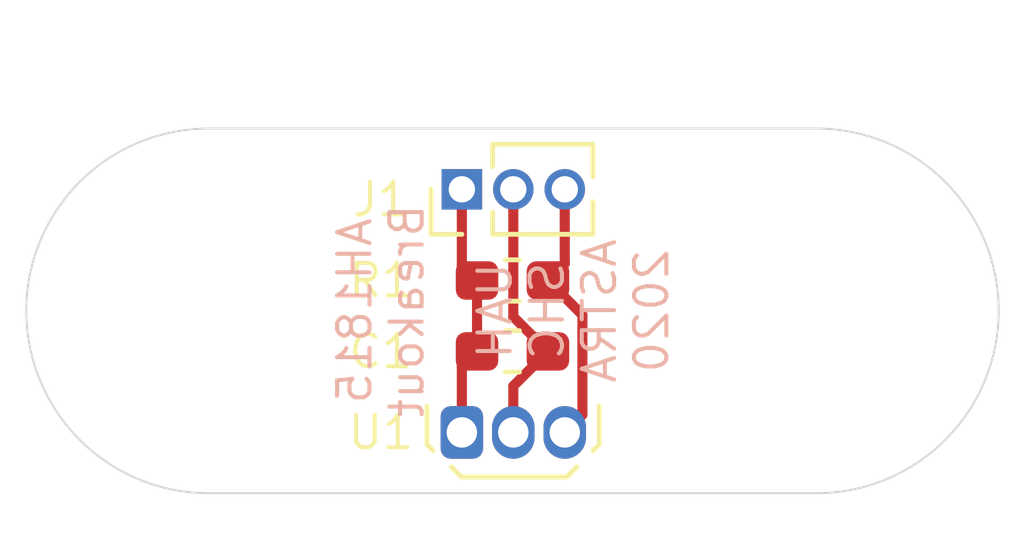
<source format=kicad_pcb>
(kicad_pcb (version 20171130) (host pcbnew "(5.1.6)-1")

  (general
    (thickness 1.6)
    (drawings 6)
    (tracks 14)
    (zones 0)
    (modules 6)
    (nets 4)
  )

  (page A4)
  (layers
    (0 F.Cu signal)
    (31 B.Cu signal)
    (32 B.Adhes user)
    (33 F.Adhes user)
    (34 B.Paste user)
    (35 F.Paste user)
    (36 B.SilkS user)
    (37 F.SilkS user)
    (38 B.Mask user)
    (39 F.Mask user)
    (40 Dwgs.User user)
    (41 Cmts.User user)
    (42 Eco1.User user)
    (43 Eco2.User user)
    (44 Edge.Cuts user)
    (45 Margin user)
    (46 B.CrtYd user)
    (47 F.CrtYd user)
    (48 B.Fab user)
    (49 F.Fab user)
  )

  (setup
    (last_trace_width 0.25)
    (user_trace_width 0.2)
    (trace_clearance 0.2)
    (zone_clearance 0.508)
    (zone_45_only no)
    (trace_min 0.2)
    (via_size 0.8)
    (via_drill 0.4)
    (via_min_size 0.6)
    (via_min_drill 0.3)
    (user_via 0.6 0.3)
    (uvia_size 0.3)
    (uvia_drill 0.1)
    (uvias_allowed no)
    (uvia_min_size 0.2)
    (uvia_min_drill 0.1)
    (edge_width 0.05)
    (segment_width 0.2)
    (pcb_text_width 0.3)
    (pcb_text_size 1.5 1.5)
    (mod_edge_width 0.12)
    (mod_text_size 0.8 0.8)
    (mod_text_width 0.1)
    (pad_size 1.524 1.524)
    (pad_drill 0.762)
    (pad_to_mask_clearance 0.05)
    (aux_axis_origin 0 0)
    (grid_origin 152.5 115)
    (visible_elements FFFFFF7F)
    (pcbplotparams
      (layerselection 0x010fc_ffffffff)
      (usegerberextensions false)
      (usegerberattributes true)
      (usegerberadvancedattributes true)
      (creategerberjobfile true)
      (excludeedgelayer true)
      (linewidth 0.100000)
      (plotframeref false)
      (viasonmask false)
      (mode 1)
      (useauxorigin false)
      (hpglpennumber 1)
      (hpglpenspeed 20)
      (hpglpendiameter 15.000000)
      (psnegative false)
      (psa4output false)
      (plotreference true)
      (plotvalue true)
      (plotinvisibletext false)
      (padsonsilk false)
      (subtractmaskfromsilk false)
      (outputformat 1)
      (mirror false)
      (drillshape 1)
      (scaleselection 1)
      (outputdirectory ""))
  )

  (net 0 "")
  (net 1 GND)
  (net 2 VCC)
  (net 3 /out)

  (net_class Default "This is the default net class."
    (clearance 0.2)
    (trace_width 0.25)
    (via_dia 0.8)
    (via_drill 0.4)
    (uvia_dia 0.3)
    (uvia_drill 0.1)
    (add_net /out)
    (add_net GND)
    (add_net VCC)
  )

  (module Package_TO_SOT_THT:TO-92Flat (layer F.Cu) (tedit 5C2D433B) (tstamp 5FBA2094)
    (at 151.25 115)
    (descr "TO-92Flat package, often used for hall sensors, drill 0.75mm (see e.g. http://www.ti.com/lit/ds/symlink/drv5023.pdf)")
    (tags "to-92Flat hall sensor")
    (path /604BFF75)
    (fp_text reference U1 (at -2 0) (layer F.SilkS)
      (effects (font (size 0.8 0.8) (thickness 0.1)))
    )
    (fp_text value AH1815-P-B (at 1.25 1.7) (layer F.Fab)
      (effects (font (size 1 1) (thickness 0.17)))
    )
    (fp_text user %R (at 1.27 0.2) (layer F.Fab)
      (effects (font (size 1 1) (thickness 0.15)))
    )
    (fp_line (start -0.71 0.45) (end -0.86 0.3) (layer F.SilkS) (width 0.12))
    (fp_line (start -0.01 1.1) (end -0.26 0.85) (layer F.SilkS) (width 0.12))
    (fp_line (start 3.24 0.45) (end 3.39 0.3) (layer F.SilkS) (width 0.12))
    (fp_line (start 2.59 1.1) (end 2.84 0.85) (layer F.SilkS) (width 0.12))
    (fp_line (start -0.01 1.1) (end 2.59 1.1) (layer F.SilkS) (width 0.12))
    (fp_line (start 3.52 0.33) (end 2.62 1.23) (layer F.CrtYd) (width 0.05))
    (fp_line (start -0.98 0.39) (end -0.98 -0.9) (layer F.CrtYd) (width 0.05))
    (fp_line (start -0.14 1.23) (end -0.98 0.39) (layer F.CrtYd) (width 0.05))
    (fp_line (start 2.62 1.23) (end -0.14 1.23) (layer F.CrtYd) (width 0.05))
    (fp_line (start 3.52 -0.9) (end 3.52 0.33) (layer F.CrtYd) (width 0.05))
    (fp_line (start -0.98 -0.9) (end 3.52 -0.9) (layer F.CrtYd) (width 0.05))
    (fp_line (start -0.86 0.3) (end -0.86 -0.65) (layer F.SilkS) (width 0.12))
    (fp_line (start 3.39 -0.65) (end 3.39 0.3) (layer F.SilkS) (width 0.12))
    (fp_line (start 2.51 0.9775) (end 0.03 0.9775) (layer F.Fab) (width 0.1))
    (fp_line (start -0.73 -0.5425) (end -0.73 0.2175) (layer F.Fab) (width 0.1))
    (fp_line (start 3.27 -0.5425) (end -0.73 -0.5425) (layer F.Fab) (width 0.1))
    (fp_line (start 3.27 -0.5425) (end 3.27 0.2175) (layer F.Fab) (width 0.1))
    (fp_line (start 3.27 0.2175) (end 2.51 0.9775) (layer F.Fab) (width 0.1))
    (fp_line (start 2.51 0.9775) (end 0.03 0.9775) (layer F.Fab) (width 0.1))
    (fp_line (start 0.03 0.9775) (end -0.73 0.2175) (layer F.Fab) (width 0.1))
    (pad 1 thru_hole roundrect (at 0 0) (size 1.05 1.3) (drill 0.75) (layers *.Cu *.Mask) (roundrect_rratio 0.238)
      (net 2 VCC))
    (pad 3 thru_hole oval (at 2.54 0) (size 1.05 1.3) (drill 0.75) (layers *.Cu *.Mask)
      (net 3 /out))
    (pad 2 thru_hole oval (at 1.27 0) (size 1.05 1.3) (drill 0.75) (layers *.Cu *.Mask)
      (net 1 GND))
    (model ${KISYS3DMOD}/Package_TO_SOT_THT.3dshapes/TO-92Flat.wrl
      (at (xyz 0 0 0))
      (scale (xyz 1 1 1))
      (rotate (xyz 0 0 0))
    )
  )

  (module Resistor_SMD:R_0603_1608Metric_Pad1.05x0.95mm_HandSolder (layer F.Cu) (tedit 5B301BBD) (tstamp 5FBA265C)
    (at 152.5 111.25)
    (descr "Resistor SMD 0603 (1608 Metric), square (rectangular) end terminal, IPC_7351 nominal with elongated pad for handsoldering. (Body size source: http://www.tortai-tech.com/upload/download/2011102023233369053.pdf), generated with kicad-footprint-generator")
    (tags "resistor handsolder")
    (path /604C3374)
    (attr smd)
    (fp_text reference R1 (at -3.25 0) (layer F.SilkS)
      (effects (font (size 0.8 0.8) (thickness 0.1)))
    )
    (fp_text value 10k (at 0 1.43) (layer F.Fab)
      (effects (font (size 1 1) (thickness 0.15)))
    )
    (fp_text user %R (at 0 0) (layer F.Fab)
      (effects (font (size 1 1) (thickness 0.15)))
    )
    (fp_line (start -0.8 0.4) (end -0.8 -0.4) (layer F.Fab) (width 0.1))
    (fp_line (start -0.8 -0.4) (end 0.8 -0.4) (layer F.Fab) (width 0.1))
    (fp_line (start 0.8 -0.4) (end 0.8 0.4) (layer F.Fab) (width 0.1))
    (fp_line (start 0.8 0.4) (end -0.8 0.4) (layer F.Fab) (width 0.1))
    (fp_line (start -0.171267 -0.51) (end 0.171267 -0.51) (layer F.SilkS) (width 0.12))
    (fp_line (start -0.171267 0.51) (end 0.171267 0.51) (layer F.SilkS) (width 0.12))
    (fp_line (start -1.65 0.73) (end -1.65 -0.73) (layer F.CrtYd) (width 0.05))
    (fp_line (start -1.65 -0.73) (end 1.65 -0.73) (layer F.CrtYd) (width 0.05))
    (fp_line (start 1.65 -0.73) (end 1.65 0.73) (layer F.CrtYd) (width 0.05))
    (fp_line (start 1.65 0.73) (end -1.65 0.73) (layer F.CrtYd) (width 0.05))
    (pad 2 smd roundrect (at 0.875 0) (size 1.05 0.95) (layers F.Cu F.Paste F.Mask) (roundrect_rratio 0.25)
      (net 3 /out))
    (pad 1 smd roundrect (at -0.875 0) (size 1.05 0.95) (layers F.Cu F.Paste F.Mask) (roundrect_rratio 0.25)
      (net 2 VCC))
    (model ${KISYS3DMOD}/Resistor_SMD.3dshapes/R_0603_1608Metric.wrl
      (at (xyz 0 0 0))
      (scale (xyz 1 1 1))
      (rotate (xyz 0 0 0))
    )
  )

  (module Connector_PinHeader_1.27mm:PinHeader_1x03_P1.27mm_Vertical (layer F.Cu) (tedit 59FED6E3) (tstamp 5FBA206A)
    (at 151.25 109 90)
    (descr "Through hole straight pin header, 1x03, 1.27mm pitch, single row")
    (tags "Through hole pin header THT 1x03 1.27mm single row")
    (path /604C84F7)
    (fp_text reference J1 (at -0.25 -2 180) (layer F.SilkS)
      (effects (font (size 0.8 0.8) (thickness 0.1)))
    )
    (fp_text value Conn_01x03 (at 0 4.235 90) (layer F.Fab)
      (effects (font (size 1 1) (thickness 0.15)))
    )
    (fp_text user %R (at 0 1.27) (layer F.Fab)
      (effects (font (size 1 1) (thickness 0.15)))
    )
    (fp_line (start -0.525 -0.635) (end 1.05 -0.635) (layer F.Fab) (width 0.1))
    (fp_line (start 1.05 -0.635) (end 1.05 3.175) (layer F.Fab) (width 0.1))
    (fp_line (start 1.05 3.175) (end -1.05 3.175) (layer F.Fab) (width 0.1))
    (fp_line (start -1.05 3.175) (end -1.05 -0.11) (layer F.Fab) (width 0.1))
    (fp_line (start -1.05 -0.11) (end -0.525 -0.635) (layer F.Fab) (width 0.1))
    (fp_line (start -1.11 3.235) (end -0.30753 3.235) (layer F.SilkS) (width 0.12))
    (fp_line (start 0.30753 3.235) (end 1.11 3.235) (layer F.SilkS) (width 0.12))
    (fp_line (start -1.11 0.76) (end -1.11 3.235) (layer F.SilkS) (width 0.12))
    (fp_line (start 1.11 0.76) (end 1.11 3.235) (layer F.SilkS) (width 0.12))
    (fp_line (start -1.11 0.76) (end -0.563471 0.76) (layer F.SilkS) (width 0.12))
    (fp_line (start 0.563471 0.76) (end 1.11 0.76) (layer F.SilkS) (width 0.12))
    (fp_line (start -1.11 0) (end -1.11 -0.76) (layer F.SilkS) (width 0.12))
    (fp_line (start -1.11 -0.76) (end 0 -0.76) (layer F.SilkS) (width 0.12))
    (fp_line (start -1.55 -1.15) (end -1.55 3.7) (layer F.CrtYd) (width 0.05))
    (fp_line (start -1.55 3.7) (end 1.55 3.7) (layer F.CrtYd) (width 0.05))
    (fp_line (start 1.55 3.7) (end 1.55 -1.15) (layer F.CrtYd) (width 0.05))
    (fp_line (start 1.55 -1.15) (end -1.55 -1.15) (layer F.CrtYd) (width 0.05))
    (pad 3 thru_hole oval (at 0 2.54 90) (size 1 1) (drill 0.65) (layers *.Cu *.Mask)
      (net 3 /out))
    (pad 2 thru_hole oval (at 0 1.27 90) (size 1 1) (drill 0.65) (layers *.Cu *.Mask)
      (net 1 GND))
    (pad 1 thru_hole rect (at 0 0 90) (size 1 1) (drill 0.65) (layers *.Cu *.Mask)
      (net 2 VCC))
    (model ${KISYS3DMOD}/Connector_PinHeader_1.27mm.3dshapes/PinHeader_1x03_P1.27mm_Vertical.wrl
      (at (xyz 0 0 0))
      (scale (xyz 1 1 1))
      (rotate (xyz 0 0 0))
    )
  )

  (module MountingHole:MountingHole_3.2mm_M3 (layer F.Cu) (tedit 56D1B4CB) (tstamp 5FBA2051)
    (at 160 112)
    (descr "Mounting Hole 3.2mm, no annular, M3")
    (tags "mounting hole 3.2mm no annular m3")
    (path /604C7891)
    (attr virtual)
    (fp_text reference H2 (at 0 -4.2) (layer F.Fab)
      (effects (font (size 0.8 0.8) (thickness 0.1)))
    )
    (fp_text value MountingHole (at 0 4.2) (layer F.Fab)
      (effects (font (size 1 1) (thickness 0.15)))
    )
    (fp_text user %R (at 0.3 0) (layer F.Fab)
      (effects (font (size 1 1) (thickness 0.15)))
    )
    (fp_circle (center 0 0) (end 3.2 0) (layer Cmts.User) (width 0.15))
    (fp_circle (center 0 0) (end 3.45 0) (layer F.CrtYd) (width 0.05))
    (pad 1 np_thru_hole circle (at 0 0) (size 3.2 3.2) (drill 3.2) (layers *.Cu *.Mask))
  )

  (module MountingHole:MountingHole_3.2mm_M3 (layer F.Cu) (tedit 56D1B4CB) (tstamp 5FBA2049)
    (at 145 112)
    (descr "Mounting Hole 3.2mm, no annular, M3")
    (tags "mounting hole 3.2mm no annular m3")
    (path /604C60F8)
    (attr virtual)
    (fp_text reference H1 (at 0 -4.2) (layer F.Fab)
      (effects (font (size 0.8 0.8) (thickness 0.1)))
    )
    (fp_text value MountingHole (at 0 4.2) (layer F.Fab)
      (effects (font (size 1 1) (thickness 0.15)))
    )
    (fp_text user %R (at 0.3 0) (layer F.Fab)
      (effects (font (size 1 1) (thickness 0.15)))
    )
    (fp_circle (center 0 0) (end 3.2 0) (layer Cmts.User) (width 0.15))
    (fp_circle (center 0 0) (end 3.45 0) (layer F.CrtYd) (width 0.05))
    (pad 1 np_thru_hole circle (at 0 0) (size 3.2 3.2) (drill 3.2) (layers *.Cu *.Mask))
  )

  (module Capacitor_SMD:C_0603_1608Metric_Pad1.05x0.95mm_HandSolder (layer F.Cu) (tedit 5B301BBE) (tstamp 5FBA2041)
    (at 152.5 113)
    (descr "Capacitor SMD 0603 (1608 Metric), square (rectangular) end terminal, IPC_7351 nominal with elongated pad for handsoldering. (Body size source: http://www.tortai-tech.com/upload/download/2011102023233369053.pdf), generated with kicad-footprint-generator")
    (tags "capacitor handsolder")
    (path /604C1B31)
    (attr smd)
    (fp_text reference C1 (at -3.25 0) (layer F.SilkS)
      (effects (font (size 0.8 0.8) (thickness 0.1)))
    )
    (fp_text value 0.1u (at 0 1.43) (layer F.Fab)
      (effects (font (size 1 1) (thickness 0.15)))
    )
    (fp_text user %R (at 0 0) (layer F.Fab)
      (effects (font (size 1 1) (thickness 0.15)))
    )
    (fp_line (start -0.8 0.4) (end -0.8 -0.4) (layer F.Fab) (width 0.1))
    (fp_line (start -0.8 -0.4) (end 0.8 -0.4) (layer F.Fab) (width 0.1))
    (fp_line (start 0.8 -0.4) (end 0.8 0.4) (layer F.Fab) (width 0.1))
    (fp_line (start 0.8 0.4) (end -0.8 0.4) (layer F.Fab) (width 0.1))
    (fp_line (start -0.171267 -0.51) (end 0.171267 -0.51) (layer F.SilkS) (width 0.12))
    (fp_line (start -0.171267 0.51) (end 0.171267 0.51) (layer F.SilkS) (width 0.12))
    (fp_line (start -1.65 0.73) (end -1.65 -0.73) (layer F.CrtYd) (width 0.05))
    (fp_line (start -1.65 -0.73) (end 1.65 -0.73) (layer F.CrtYd) (width 0.05))
    (fp_line (start 1.65 -0.73) (end 1.65 0.73) (layer F.CrtYd) (width 0.05))
    (fp_line (start 1.65 0.73) (end -1.65 0.73) (layer F.CrtYd) (width 0.05))
    (pad 2 smd roundrect (at 0.875 0) (size 1.05 0.95) (layers F.Cu F.Paste F.Mask) (roundrect_rratio 0.25)
      (net 1 GND))
    (pad 1 smd roundrect (at -0.875 0) (size 1.05 0.95) (layers F.Cu F.Paste F.Mask) (roundrect_rratio 0.25)
      (net 2 VCC))
    (model ${KISYS3DMOD}/Capacitor_SMD.3dshapes/C_0603_1608Metric.wrl
      (at (xyz 0 0 0))
      (scale (xyz 1 1 1))
      (rotate (xyz 0 0 0))
    )
  )

  (gr_text "AH1815\nBreakout" (at 149.25 112 90) (layer B.SilkS)
    (effects (font (size 0.8 0.8) (thickness 0.1)) (justify mirror))
  )
  (gr_text "UAH\nSHC\nASTRA\n2020" (at 154 112 90) (layer B.SilkS)
    (effects (font (size 0.8 0.8) (thickness 0.1)) (justify mirror))
  )
  (gr_arc (start 145 112) (end 145 107.5) (angle -180) (layer Edge.Cuts) (width 0.05))
  (gr_arc (start 160 112) (end 160 116.5) (angle -180) (layer Edge.Cuts) (width 0.05))
  (gr_line (start 160 116.5) (end 145 116.5) (layer Edge.Cuts) (width 0.05))
  (gr_line (start 145 107.5) (end 160 107.5) (layer Edge.Cuts) (width 0.05))

  (segment (start 152.52 112.145) (end 153.375 113) (width 0.25) (layer F.Cu) (net 1))
  (segment (start 152.52 109) (end 152.52 112.145) (width 0.25) (layer F.Cu) (net 1))
  (segment (start 152.52 113.855) (end 153.375 113) (width 0.25) (layer F.Cu) (net 1))
  (segment (start 152.52 115) (end 152.52 113.855) (width 0.25) (layer F.Cu) (net 1))
  (segment (start 151.25 113.375) (end 151.625 113) (width 0.25) (layer F.Cu) (net 2))
  (segment (start 151.25 115) (end 151.25 113.375) (width 0.25) (layer F.Cu) (net 2))
  (segment (start 151.625 113) (end 151.625 111.25) (width 0.25) (layer F.Cu) (net 2))
  (segment (start 151.25 110.875) (end 151.625 111.25) (width 0.25) (layer F.Cu) (net 2))
  (segment (start 151.25 109) (end 151.25 110.875) (width 0.25) (layer F.Cu) (net 2))
  (segment (start 154.22501 112.10001) (end 153.375 111.25) (width 0.25) (layer F.Cu) (net 3))
  (segment (start 154.22501 114.56499) (end 154.22501 112.10001) (width 0.25) (layer F.Cu) (net 3))
  (segment (start 153.79 115) (end 154.22501 114.56499) (width 0.25) (layer F.Cu) (net 3))
  (segment (start 153.79 110.835) (end 153.375 111.25) (width 0.25) (layer F.Cu) (net 3))
  (segment (start 153.79 109) (end 153.79 110.835) (width 0.25) (layer F.Cu) (net 3))

)

</source>
